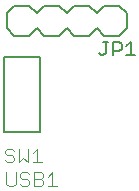
<source format=gto>
G75*
%MOIN*%
%OFA0B0*%
%FSLAX25Y25*%
%IPPOS*%
%LPD*%
%AMOC8*
5,1,8,0,0,1.08239X$1,22.5*
%
%ADD10C,0.00800*%
%ADD11C,0.00500*%
%ADD12C,0.00400*%
D10*
X0006374Y0054071D02*
X0011374Y0054071D01*
X0013874Y0056571D01*
X0016374Y0054071D01*
X0021374Y0054071D01*
X0023874Y0056571D01*
X0026374Y0054071D01*
X0031374Y0054071D01*
X0033874Y0056571D01*
X0036374Y0054071D01*
X0041374Y0054071D01*
X0043874Y0056571D01*
X0043874Y0061571D01*
X0041374Y0064071D01*
X0036374Y0064071D01*
X0033874Y0061571D01*
X0031374Y0064071D01*
X0026374Y0064071D01*
X0023874Y0061571D01*
X0021374Y0064071D01*
X0016374Y0064071D01*
X0013874Y0061571D01*
X0011374Y0064071D01*
X0006374Y0064071D01*
X0003874Y0061571D01*
X0003874Y0056571D01*
X0006374Y0054071D01*
D11*
X0002969Y0046866D02*
X0014780Y0046866D01*
X0014780Y0022063D01*
X0002969Y0022063D01*
X0002969Y0046866D01*
X0034533Y0048295D02*
X0035283Y0047544D01*
X0036034Y0047544D01*
X0036785Y0048295D01*
X0036785Y0052048D01*
X0037535Y0052048D02*
X0036034Y0052048D01*
X0039137Y0052048D02*
X0041389Y0052048D01*
X0042139Y0051298D01*
X0042139Y0049796D01*
X0041389Y0049046D01*
X0039137Y0049046D01*
X0039137Y0047544D02*
X0039137Y0052048D01*
X0043741Y0050547D02*
X0045242Y0052048D01*
X0045242Y0047544D01*
X0043741Y0047544D02*
X0046743Y0047544D01*
D12*
X0003720Y0004841D02*
X0004487Y0004074D01*
X0006022Y0004074D01*
X0006789Y0004841D01*
X0006789Y0008678D01*
X0008324Y0007911D02*
X0008324Y0007143D01*
X0009091Y0006376D01*
X0010626Y0006376D01*
X0011393Y0005609D01*
X0011393Y0004841D01*
X0010626Y0004074D01*
X0009091Y0004074D01*
X0008324Y0004841D01*
X0008324Y0007911D02*
X0009091Y0008678D01*
X0010626Y0008678D01*
X0011393Y0007911D01*
X0012928Y0008678D02*
X0015229Y0008678D01*
X0015997Y0007911D01*
X0015997Y0007143D01*
X0015229Y0006376D01*
X0012928Y0006376D01*
X0012928Y0004074D02*
X0012928Y0008678D01*
X0015229Y0006376D02*
X0015997Y0005609D01*
X0015997Y0004841D01*
X0015229Y0004074D01*
X0012928Y0004074D01*
X0017531Y0004074D02*
X0020601Y0004074D01*
X0019066Y0004074D02*
X0019066Y0008678D01*
X0017531Y0007143D01*
X0015564Y0011909D02*
X0012494Y0011909D01*
X0010960Y0011909D02*
X0010960Y0016513D01*
X0012494Y0014978D02*
X0014029Y0016513D01*
X0014029Y0011909D01*
X0010960Y0011909D02*
X0009425Y0013443D01*
X0007891Y0011909D01*
X0007891Y0016513D01*
X0006356Y0015745D02*
X0005589Y0016513D01*
X0004054Y0016513D01*
X0003287Y0015745D01*
X0003287Y0014978D01*
X0004054Y0014211D01*
X0005589Y0014211D01*
X0006356Y0013443D01*
X0006356Y0012676D01*
X0005589Y0011909D01*
X0004054Y0011909D01*
X0003287Y0012676D01*
X0003720Y0008678D02*
X0003720Y0004841D01*
M02*

</source>
